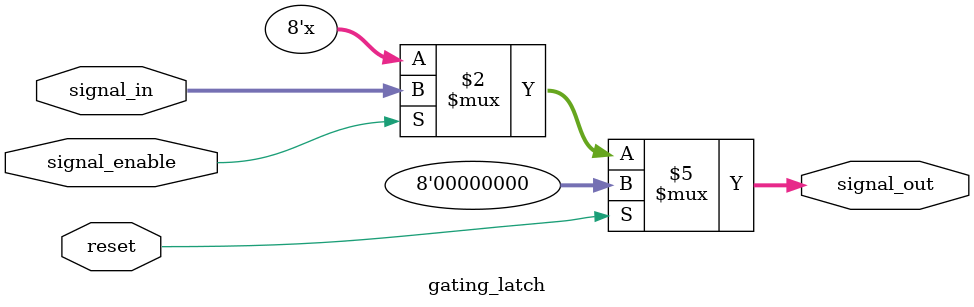
<source format=v>

module gating_latch(
     signal_in,
     signal_enable,
     reset,
     signal_out
);
input signed [bw-1:0] signal_in;
input signal_enable, reset;
output reg signed [bw-1:0] signal_out;
parameter bw = 8;

always @(*) begin
    if (reset)  
        signal_out <= 'd0;
    else if (signal_enable)
        signal_out <= signal_in;
end
endmodule
</source>
